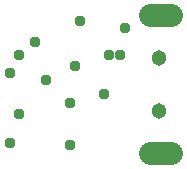
<source format=gbr>
G04 EAGLE Gerber RS-274X export*
G75*
%MOMM*%
%FSLAX34Y34*%
%LPD*%
%INSoldermask Bottom*%
%IPPOS*%
%AMOC8*
5,1,8,0,0,1.08239X$1,22.5*%
G01*
%ADD10C,1.981200*%
%ADD11C,1.303200*%
%ADD12C,1.003200*%
%ADD13C,0.959600*%


D10*
X316210Y43100D02*
X333990Y43100D01*
X333990Y160100D02*
X316210Y160100D01*
D11*
X324400Y79100D03*
X324400Y124100D03*
D12*
X321100Y160100D03*
X317100Y160100D03*
X329100Y160100D03*
X333100Y160100D03*
X321100Y43100D03*
X317100Y43100D03*
X329100Y43100D03*
X333100Y43100D03*
D13*
X219456Y137160D03*
X281940Y126492D03*
X252984Y117348D03*
X277368Y92964D03*
X205740Y126492D03*
X205740Y76200D03*
X198120Y111252D03*
X198120Y51816D03*
X295656Y149352D03*
X257556Y155448D03*
X228600Y105156D03*
X248412Y85344D03*
X248412Y50292D03*
X291084Y126492D03*
M02*

</source>
